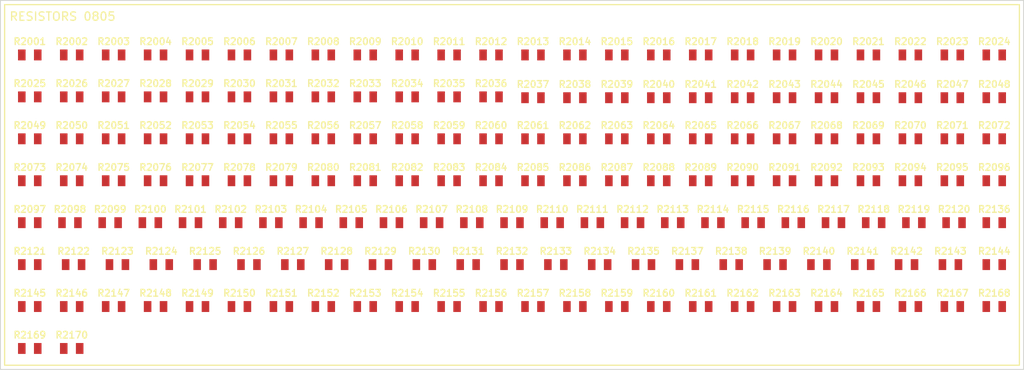
<source format=kicad_pcb>
(kicad_pcb (version 20241229) (generator "pcbnew") (generator_version "9.0")
  (title_block (title "Project name") (date "2025-05-24") (rev "1") (comment 1 "PCA number") (comment 2 "PCB number"))
  (layers (0 "F.Cu" signal) (2 "B.Cu" signal) (13 "F.Paste" user) (15 "B.Paste" user) (5 "F.SilkS" user "F.Silkscreen") (7 "B.SilkS" user "B.Silkscreen") (1 "F.Mask" user) (3 "B.Mask" user) (25 "Edge.Cuts" user))
  (net 0 "")
  (footprint "lily_footprints:res_0805" (layer "F.Cu") (at 130 70)
    (property "Reference" "R2082" (at 0 -1.6 0) (layer "F.SilkS") (effects (font (size 0.8 0.8) (thickness 0.16))))
    (property "Value" "2k4" (hide yes))
    (pad "1" smd rect (at -0.95 0) (size 0.9 1.3) (layers "F.Cu" "F.Mask" "F.Paste"))
    (pad "2" smd rect (at 0.95 0) (size 0.9 1.3) (layers "F.Cu" "F.Mask" "F.Paste"))
  )
  (footprint "lily_footprints:res_0805" (layer "F.Cu") (at 120 65)
    (property "Reference" "R2056" (at 0 -1.6 0) (layer "F.SilkS") (effects (font (size 0.8 0.8) (thickness 0.16))))
    (property "Value" "200R" (hide yes))
    (pad "1" smd rect (at -0.95 0) (size 0.9 1.3) (layers "F.Cu" "F.Mask" "F.Paste"))
    (pad "2" smd rect (at 0.95 0) (size 0.9 1.3) (layers "F.Cu" "F.Mask" "F.Paste"))
  )
  (footprint "lily_footprints:res_0805" (layer "F.Cu") (at 155 60.1)
    (property "Reference" "R2039" (at 0 -1.6 0) (layer "F.SilkS") (effects (font (size 0.8 0.8) (thickness 0.16))))
    (property "Value" "39R" (hide yes))
    (pad "1" smd rect (at -0.95 0) (size 0.9 1.3) (layers "F.Cu" "F.Mask" "F.Paste"))
    (pad "2" smd rect (at 0.95 0) (size 0.9 1.3) (layers "F.Cu" "F.Mask" "F.Paste"))
  )
  (footprint "lily_footprints:res_0805" (layer "F.Cu") (at 115 55)
    (property "Reference" "R2007" (at 0 -1.6 0) (layer "F.SilkS") (effects (font (size 0.8 0.8) (thickness 0.16))))
    (property "Value" "1R8" (hide yes))
    (pad "1" smd rect (at -0.95 0) (size 0.9 1.3) (layers "F.Cu" "F.Mask" "F.Paste"))
    (pad "2" smd rect (at 0.95 0) (size 0.9 1.3) (layers "F.Cu" "F.Mask" "F.Paste"))
  )
  (footprint "lily_footprints:res_0805" (layer "F.Cu") (at 170 85)
    (property "Reference" "R2162" (at 0 -1.6 0) (layer "F.SilkS") (effects (font (size 0.8 0.8) (thickness 0.16))))
    (property "Value" "5M1" (hide yes))
    (pad "1" smd rect (at -0.95 0) (size 0.9 1.3) (layers "F.Cu" "F.Mask" "F.Paste"))
    (pad "2" smd rect (at 0.95 0) (size 0.9 1.3) (layers "F.Cu" "F.Mask" "F.Paste"))
  )
  (footprint "lily_footprints:res_0805" (layer "F.Cu") (at 200 70)
    (property "Reference" "R2096" (at 0 -1.6 0) (layer "F.SilkS") (effects (font (size 0.8 0.8) (thickness 0.16))))
    (property "Value" "9k1" (hide yes))
    (pad "1" smd rect (at -0.95 0) (size 0.9 1.3) (layers "F.Cu" "F.Mask" "F.Paste"))
    (pad "2" smd rect (at 0.95 0) (size 0.9 1.3) (layers "F.Cu" "F.Mask" "F.Paste"))
  )
  (footprint "lily_footprints:res_0805" (layer "F.Cu") (at 140 70)
    (property "Reference" "R2084" (at 0 -1.6 0) (layer "F.SilkS") (effects (font (size 0.8 0.8) (thickness 0.16))))
    (property "Value" "3k0" (hide yes))
    (pad "1" smd rect (at -0.95 0) (size 0.9 1.3) (layers "F.Cu" "F.Mask" "F.Paste"))
    (pad "2" smd rect (at 0.95 0) (size 0.9 1.3) (layers "F.Cu" "F.Mask" "F.Paste"))
  )
  (footprint "lily_footprints:res_0805" (layer "F.Cu") (at 147.727264 80)
    (property "Reference" "R2133" (at 0 -1.6 0) (layer "F.SilkS") (effects (font (size 0.8 0.8) (thickness 0.16))))
    (property "Value" "330k" (hide yes))
    (pad "1" smd rect (at -0.95 0) (size 0.9 1.3) (layers "F.Cu" "F.Mask" "F.Paste"))
    (pad "2" smd rect (at 0.95 0) (size 0.9 1.3) (layers "F.Cu" "F.Mask" "F.Paste"))
  )
  (footprint "lily_footprints:res_0805" (layer "F.Cu") (at 105 60)
    (property "Reference" "R2029" (at 0 -1.6 0) (layer "F.SilkS") (effects (font (size 0.8 0.8) (thickness 0.16))))
    (property "Value" "15R" (hide yes))
    (pad "1" smd rect (at -0.95 0) (size 0.9 1.3) (layers "F.Cu" "F.Mask" "F.Paste"))
    (pad "2" smd rect (at 0.95 0) (size 0.9 1.3) (layers "F.Cu" "F.Mask" "F.Paste"))
  )
  (footprint "lily_footprints:res_0805" (layer "F.Cu") (at 160 85)
    (property "Reference" "R2160" (at 0 -1.6 0) (layer "F.SilkS") (effects (font (size 0.8 0.8) (thickness 0.16))))
    (property "Value" "4M3" (hide yes))
    (pad "1" smd rect (at -0.95 0) (size 0.9 1.3) (layers "F.Cu" "F.Mask" "F.Paste"))
    (pad "2" smd rect (at 0.95 0) (size 0.9 1.3) (layers "F.Cu" "F.Mask" "F.Paste"))
  )
  (footprint "lily_footprints:res_0805" (layer "F.Cu") (at 165 55)
    (property "Reference" "R2017" (at 0 -1.6 0) (layer "F.SilkS") (effects (font (size 0.8 0.8) (thickness 0.16))))
    (property "Value" "4R7" (hide yes))
    (pad "1" smd rect (at -0.95 0) (size 0.9 1.3) (layers "F.Cu" "F.Mask" "F.Paste"))
    (pad "2" smd rect (at 0.95 0) (size 0.9 1.3) (layers "F.Cu" "F.Mask" "F.Paste"))
  )
  (footprint "lily_footprints:res_0805" (layer "F.Cu") (at 152.954536 80)
    (property "Reference" "R2134" (at 0 -1.6 0) (layer "F.SilkS") (effects (font (size 0.8 0.8) (thickness 0.16))))
    (property "Value" "360k" (hide yes))
    (pad "1" smd rect (at -0.95 0) (size 0.9 1.3) (layers "F.Cu" "F.Mask" "F.Paste"))
    (pad "2" smd rect (at 0.95 0) (size 0.9 1.3) (layers "F.Cu" "F.Mask" "F.Paste"))
  )
  (footprint "lily_footprints:res_0805" (layer "F.Cu") (at 90 70)
    (property "Reference" "R2074" (at 0 -1.6 0) (layer "F.SilkS") (effects (font (size 0.8 0.8) (thickness 0.16))))
    (property "Value" "1k1" (hide yes))
    (pad "1" smd rect (at -0.95 0) (size 0.9 1.3) (layers "F.Cu" "F.Mask" "F.Paste"))
    (pad "2" smd rect (at 0.95 0) (size 0.9 1.3) (layers "F.Cu" "F.Mask" "F.Paste"))
  )
  (footprint "lily_footprints:res_0805" (layer "F.Cu") (at 145 55)
    (property "Reference" "R2013" (at 0 -1.6 0) (layer "F.SilkS") (effects (font (size 0.8 0.8) (thickness 0.16))))
    (property "Value" "3R3" (hide yes))
    (pad "1" smd rect (at -0.95 0) (size 0.9 1.3) (layers "F.Cu" "F.Mask" "F.Paste"))
    (pad "2" smd rect (at 0.95 0) (size 0.9 1.3) (layers "F.Cu" "F.Mask" "F.Paste"))
  )
  (footprint "lily_footprints:res_0805" (layer "F.Cu") (at 155 65)
    (property "Reference" "R2063" (at 0 -1.6 0) (layer "F.SilkS") (effects (font (size 0.8 0.8) (thickness 0.16))))
    (property "Value" "390R" (hide yes))
    (pad "1" smd rect (at -0.95 0) (size 0.9 1.3) (layers "F.Cu" "F.Mask" "F.Paste"))
    (pad "2" smd rect (at 0.95 0) (size 0.9 1.3) (layers "F.Cu" "F.Mask" "F.Paste"))
  )
  (footprint "lily_footprints:res_0805" (layer "F.Cu") (at 100 85)
    (property "Reference" "R2148" (at 0 -1.6 0) (layer "F.SilkS") (effects (font (size 0.8 0.8) (thickness 0.16))))
    (property "Value" "1M3" (hide yes))
    (pad "1" smd rect (at -0.95 0) (size 0.9 1.3) (layers "F.Cu" "F.Mask" "F.Paste"))
    (pad "2" smd rect (at 0.95 0) (size 0.9 1.3) (layers "F.Cu" "F.Mask" "F.Paste"))
  )
  (footprint "lily_footprints:res_0805" (layer "F.Cu") (at 200 75)
    (property "Reference" "R2136" (at 0 -1.6 0) (layer "F.SilkS") (effects (font (size 0.8 0.8) (thickness 0.16))))
    (property "Value" "430k" (hide yes))
    (pad "1" smd rect (at -0.95 0) (size 0.9 1.3) (layers "F.Cu" "F.Mask" "F.Paste"))
    (pad "2" smd rect (at 0.95 0) (size 0.9 1.3) (layers "F.Cu" "F.Mask" "F.Paste"))
  )
  (footprint "lily_footprints:res_0805" (layer "F.Cu") (at 190 85)
    (property "Reference" "R2166" (at 0 -1.6 0) (layer "F.SilkS") (effects (font (size 0.8 0.8) (thickness 0.16))))
    (property "Value" "7M5" (hide yes))
    (pad "1" smd rect (at -0.95 0) (size 0.9 1.3) (layers "F.Cu" "F.Mask" "F.Paste"))
    (pad "2" smd rect (at 0.95 0) (size 0.9 1.3) (layers "F.Cu" "F.Mask" "F.Paste"))
  )
  (footprint "lily_footprints:res_0805" (layer "F.Cu") (at 142.499992 80)
    (property "Reference" "R2132" (at 0 -1.6 0) (layer "F.SilkS") (effects (font (size 0.8 0.8) (thickness 0.16))))
    (property "Value" "300k" (hide yes))
    (pad "1" smd rect (at -0.95 0) (size 0.9 1.3) (layers "F.Cu" "F.Mask" "F.Paste"))
    (pad "2" smd rect (at 0.95 0) (size 0.9 1.3) (layers "F.Cu" "F.Mask" "F.Paste"))
  )
  (footprint "lily_footprints:res_0805" (layer "F.Cu") (at 90 85)
    (property "Reference" "R2146" (at 0 -1.6 0) (layer "F.SilkS") (effects (font (size 0.8 0.8) (thickness 0.16))))
    (property "Value" "1M1" (hide yes))
    (pad "1" smd rect (at -0.95 0) (size 0.9 1.3) (layers "F.Cu" "F.Mask" "F.Paste"))
    (pad "2" smd rect (at 0.95 0) (size 0.9 1.3) (layers "F.Cu" "F.Mask" "F.Paste"))
  )
  (footprint "lily_footprints:res_0805" (layer "F.Cu") (at 176.041654 75)
    (property "Reference" "R2116" (at 0 -1.6 0) (layer "F.SilkS") (effects (font (size 0.8 0.8) (thickness 0.16))))
    (property "Value" "62k" (hide yes))
    (pad "1" smd rect (at -0.95 0) (size 0.9 1.3) (layers "F.Cu" "F.Mask" "F.Paste"))
    (pad "2" smd rect (at 0.95 0) (size 0.9 1.3) (layers "F.Cu" "F.Mask" "F.Paste"))
  )
  (footprint "lily_footprints:res_0805" (layer "F.Cu") (at 135 85)
    (property "Reference" "R2155" (at 0 -1.6 0) (layer "F.SilkS") (effects (font (size 0.8 0.8) (thickness 0.16))))
    (property "Value" "2M7" (hide yes))
    (pad "1" smd rect (at -0.95 0) (size 0.9 1.3) (layers "F.Cu" "F.Mask" "F.Paste"))
    (pad "2" smd rect (at 0.95 0) (size 0.9 1.3) (layers "F.Cu" "F.Mask" "F.Paste"))
  )
  (footprint "lily_footprints:res_0805" (layer "F.Cu") (at 125 65)
    (property "Reference" "R2057" (at 0 -1.6 0) (layer "F.SilkS") (effects (font (size 0.8 0.8) (thickness 0.16))))
    (property "Value" "220R" (hide yes))
    (pad "1" smd rect (at -0.95 0) (size 0.9 1.3) (layers "F.Cu" "F.Mask" "F.Paste"))
    (pad "2" smd rect (at 0.95 0) (size 0.9 1.3) (layers "F.Cu" "F.Mask" "F.Paste"))
  )
  (footprint "lily_footprints:res_0805" (layer "F.Cu") (at 142.499992 75)
    (property "Reference" "R2109" (at 0 -1.6 0) (layer "F.SilkS") (effects (font (size 0.8 0.8) (thickness 0.16))))
    (property "Value" "33k" (hide yes))
    (pad "1" smd rect (at -0.95 0) (size 0.9 1.3) (layers "F.Cu" "F.Mask" "F.Paste"))
    (pad "2" smd rect (at 0.95 0) (size 0.9 1.3) (layers "F.Cu" "F.Mask" "F.Paste"))
  )
  (footprint "lily_footprints:res_0805" (layer "F.Cu") (at 195.208318 75)
    (property "Reference" "R2120" (at 0 -1.6 0) (layer "F.SilkS") (effects (font (size 0.8 0.8) (thickness 0.16))))
    (property "Value" "91k" (hide yes))
    (pad "1" smd rect (at -0.95 0) (size 0.9 1.3) (layers "F.Cu" "F.Mask" "F.Paste"))
    (pad "2" smd rect (at 0.95 0) (size 0.9 1.3) (layers "F.Cu" "F.Mask" "F.Paste"))
  )
  (footprint "lily_footprints:res_0805" (layer "F.Cu") (at 110 60)
    (property "Reference" "R2030" (at 0 -1.6 0) (layer "F.SilkS") (effects (font (size 0.8 0.8) (thickness 0.16))))
    (property "Value" "16R" (hide yes))
    (pad "1" smd rect (at -0.95 0) (size 0.9 1.3) (layers "F.Cu" "F.Mask" "F.Paste"))
    (pad "2" smd rect (at 0.95 0) (size 0.9 1.3) (layers "F.Cu" "F.Mask" "F.Paste"))
  )
  (footprint "lily_footprints:res_0805" (layer "F.Cu") (at 170 65)
    (property "Reference" "R2066" (at 0 -1.6 0) (layer "F.SilkS") (effects (font (size 0.8 0.8) (thickness 0.16))))
    (property "Value" "510R" (hide yes))
    (pad "1" smd rect (at -0.95 0) (size 0.9 1.3) (layers "F.Cu" "F.Mask" "F.Paste"))
    (pad "2" smd rect (at 0.95 0) (size 0.9 1.3) (layers "F.Cu" "F.Mask" "F.Paste"))
  )
  (footprint "lily_footprints:res_0805" (layer "F.Cu") (at 145 60.1)
    (property "Reference" "R2037" (at 0 -1.6 0) (layer "F.SilkS") (effects (font (size 0.8 0.8) (thickness 0.16))))
    (property "Value" "33R" (hide yes))
    (pad "1" smd rect (at -0.95 0) (size 0.9 1.3) (layers "F.Cu" "F.Mask" "F.Paste"))
    (pad "2" smd rect (at 0.95 0) (size 0.9 1.3) (layers "F.Cu" "F.Mask" "F.Paste"))
  )
  (footprint "lily_footprints:res_0805" (layer "F.Cu") (at 123.333328 75)
    (property "Reference" "R2105" (at 0 -1.6 0) (layer "F.SilkS") (effects (font (size 0.8 0.8) (thickness 0.16))))
    (property "Value" "22k" (hide yes))
    (pad "1" smd rect (at -0.95 0) (size 0.9 1.3) (layers "F.Cu" "F.Mask" "F.Paste"))
    (pad "2" smd rect (at 0.95 0) (size 0.9 1.3) (layers "F.Cu" "F.Mask" "F.Paste"))
  )
  (footprint "lily_footprints:res_0805" (layer "F.Cu") (at 132.045448 80)
    (property "Reference" "R2130" (at 0 -1.6 0) (layer "F.SilkS") (effects (font (size 0.8 0.8) (thickness 0.16))))
    (property "Value" "240k" (hide yes))
    (pad "1" smd rect (at -0.95 0) (size 0.9 1.3) (layers "F.Cu" "F.Mask" "F.Paste"))
    (pad "2" smd rect (at 0.95 0) (size 0.9 1.3) (layers "F.Cu" "F.Mask" "F.Paste"))
  )
  (footprint "lily_footprints:res_0805" (layer "F.Cu") (at 165 85)
    (property "Reference" "R2161" (at 0 -1.6 0) (layer "F.SilkS") (effects (font (size 0.8 0.8) (thickness 0.16))))
    (property "Value" "4M7" (hide yes))
    (pad "1" smd rect (at -0.95 0) (size 0.9 1.3) (layers "F.Cu" "F.Mask" "F.Paste"))
    (pad "2" smd rect (at 0.95 0) (size 0.9 1.3) (layers "F.Cu" "F.Mask" "F.Paste"))
  )
  (footprint "lily_footprints:res_0805" (layer "F.Cu") (at 95 65)
    (property "Reference" "R2051" (at 0 -1.6 0) (layer "F.SilkS") (effects (font (size 0.8 0.8) (thickness 0.16))))
    (property "Value" "120R" (hide yes))
    (pad "1" smd rect (at -0.95 0) (size 0.9 1.3) (layers "F.Cu" "F.Mask" "F.Paste"))
    (pad "2" smd rect (at 0.95 0) (size 0.9 1.3) (layers "F.Cu" "F.Mask" "F.Paste"))
  )
  (footprint "lily_footprints:res_0805" (layer "F.Cu") (at 156.87499 75)
    (property "Reference" "R2112" (at 0 -1.6 0) (layer "F.SilkS") (effects (font (size 0.8 0.8) (thickness 0.16))))
    (property "Value" "43k" (hide yes))
    (pad "1" smd rect (at -0.95 0) (size 0.9 1.3) (layers "F.Cu" "F.Mask" "F.Paste"))
    (pad "2" smd rect (at 0.95 0) (size 0.9 1.3) (layers "F.Cu" "F.Mask" "F.Paste"))
  )
  (footprint "lily_footprints:res_0805" (layer "F.Cu") (at 90 55)
    (property "Reference" "R2002" (at 0 -1.6 0) (layer "F.SilkS") (effects (font (size 0.8 0.8) (thickness 0.16))))
    (property "Value" "1R1" (hide yes))
    (pad "1" smd rect (at -0.95 0) (size 0.9 1.3) (layers "F.Cu" "F.Mask" "F.Paste"))
    (pad "2" smd rect (at 0.95 0) (size 0.9 1.3) (layers "F.Cu" "F.Mask" "F.Paste"))
  )
  (footprint "lily_footprints:res_0805" (layer "F.Cu") (at 190 60.1)
    (property "Reference" "R2046" (at 0 -1.6 0) (layer "F.SilkS") (effects (font (size 0.8 0.8) (thickness 0.16))))
    (property "Value" "75R" (hide yes))
    (pad "1" smd rect (at -0.95 0) (size 0.9 1.3) (layers "F.Cu" "F.Mask" "F.Paste"))
    (pad "2" smd rect (at 0.95 0) (size 0.9 1.3) (layers "F.Cu" "F.Mask" "F.Paste"))
  )
  (footprint "lily_footprints:res_0805" (layer "F.Cu") (at 145 70)
    (property "Reference" "R2085" (at 0 -1.6 0) (layer "F.SilkS") (effects (font (size 0.8 0.8) (thickness 0.16))))
    (property "Value" "3k3" (hide yes))
    (pad "1" smd rect (at -0.95 0) (size 0.9 1.3) (layers "F.Cu" "F.Mask" "F.Paste"))
    (pad "2" smd rect (at 0.95 0) (size 0.9 1.3) (layers "F.Cu" "F.Mask" "F.Paste"))
  )
  (footprint "lily_footprints:res_0805" (layer "F.Cu") (at 135 60)
    (property "Reference" "R2035" (at 0 -1.6 0) (layer "F.SilkS") (effects (font (size 0.8 0.8) (thickness 0.16))))
    (property "Value" "27R" (hide yes))
    (pad "1" smd rect (at -0.95 0) (size 0.9 1.3) (layers "F.Cu" "F.Mask" "F.Paste"))
    (pad "2" smd rect (at 0.95 0) (size 0.9 1.3) (layers "F.Cu" "F.Mask" "F.Paste"))
  )
  (footprint "lily_footprints:res_0805" (layer "F.Cu") (at 135 65)
    (property "Reference" "R2059" (at 0 -1.6 0) (layer "F.SilkS") (effects (font (size 0.8 0.8) (thickness 0.16))))
    (property "Value" "270R" (hide yes))
    (pad "1" smd rect (at -0.95 0) (size 0.9 1.3) (layers "F.Cu" "F.Mask" "F.Paste"))
    (pad "2" smd rect (at 0.95 0) (size 0.9 1.3) (layers "F.Cu" "F.Mask" "F.Paste"))
  )
  (footprint "lily_footprints:res_0805" (layer "F.Cu") (at 165 65)
    (property "Reference" "R2065" (at 0 -1.6 0) (layer "F.SilkS") (effects (font (size 0.8 0.8) (thickness 0.16))))
    (property "Value" "470R" (hide yes))
    (pad "1" smd rect (at -0.95 0) (size 0.9 1.3) (layers "F.Cu" "F.Mask" "F.Paste"))
    (pad "2" smd rect (at 0.95 0) (size 0.9 1.3) (layers "F.Cu" "F.Mask" "F.Paste"))
  )
  (footprint "lily_footprints:res_0805" (layer "F.Cu") (at 195 60.1)
    (property "Reference" "R2047" (at 0 -1.6 0) (layer "F.SilkS") (effects (font (size 0.8 0.8) (thickness 0.16))))
    (property "Value" "82R" (hide yes))
    (pad "1" smd rect (at -0.95 0) (size 0.9 1.3) (layers "F.Cu" "F.Mask" "F.Paste"))
    (pad "2" smd rect (at 0.95 0) (size 0.9 1.3) (layers "F.Cu" "F.Mask" "F.Paste"))
  )
  (footprint "lily_footprints:res_0805" (layer "F.Cu") (at 190 65)
    (property "Reference" "R2070" (at 0 -1.6 0) (layer "F.SilkS") (effects (font (size 0.8 0.8) (thickness 0.16))))
    (property "Value" "750R" (hide yes))
    (pad "1" smd rect (at -0.95 0) (size 0.9 1.3) (layers "F.Cu" "F.Mask" "F.Paste"))
    (pad "2" smd rect (at 0.95 0) (size 0.9 1.3) (layers "F.Cu" "F.Mask" "F.Paste"))
  )
  (footprint "lily_footprints:res_0805" (layer "F.Cu") (at 150 70)
    (property "Reference" "R2086" (at 0 -1.6 0) (layer "F.SilkS") (effects (font (size 0.8 0.8) (thickness 0.16))))
    (property "Value" "3k6" (hide yes))
    (pad "1" smd rect (at -0.95 0) (size 0.9 1.3) (layers "F.Cu" "F.Mask" "F.Paste"))
    (pad "2" smd rect (at 0.95 0) (size 0.9 1.3) (layers "F.Cu" "F.Mask" "F.Paste"))
  )
  (footprint "lily_footprints:res_0805" (layer "F.Cu") (at 118.541662 75)
    (property "Reference" "R2104" (at 0 -1.6 0) (layer "F.SilkS") (effects (font (size 0.8 0.8) (thickness 0.16))))
    (property "Value" "20k" (hide yes))
    (pad "1" smd rect (at -0.95 0) (size 0.9 1.3) (layers "F.Cu" "F.Mask" "F.Paste"))
    (pad "2" smd rect (at 0.95 0) (size 0.9 1.3) (layers "F.Cu" "F.Mask" "F.Paste"))
  )
  (footprint "lily_footprints:res_0805" (layer "F.Cu") (at 180 85)
    (property "Reference" "R2164" (at 0 -1.6 0) (layer "F.SilkS") (effects (font (size 0.8 0.8) (thickness 0.16))))
    (property "Value" "6M2" (hide yes))
    (pad "1" smd rect (at -0.95 0) (size 0.9 1.3) (layers "F.Cu" "F.Mask" "F.Paste"))
    (pad "2" smd rect (at 0.95 0) (size 0.9 1.3) (layers "F.Cu" "F.Mask" "F.Paste"))
  )
  (footprint "lily_footprints:res_0805" (layer "F.Cu") (at 179.090896 80)
    (property "Reference" "R2140" (at 0 -1.6 0) (layer "F.SilkS") (effects (font (size 0.8 0.8) (thickness 0.16))))
    (property "Value" "620k" (hide yes))
    (pad "1" smd rect (at -0.95 0) (size 0.9 1.3) (layers "F.Cu" "F.Mask" "F.Paste"))
    (pad "2" smd rect (at 0.95 0) (size 0.9 1.3) (layers "F.Cu" "F.Mask" "F.Paste"))
  )
  (footprint "lily_footprints:res_0805" (layer "F.Cu") (at 200 55)
    (property "Reference" "R2024" (at 0 -1.6 0) (layer "F.SilkS") (effects (font (size 0.8 0.8) (thickness 0.16))))
    (property "Value" "9R1" (hide yes))
    (pad "1" smd rect (at -0.95 0) (size 0.9 1.3) (layers "F.Cu" "F.Mask" "F.Paste"))
    (pad "2" smd rect (at 0.95 0) (size 0.9 1.3) (layers "F.Cu" "F.Mask" "F.Paste"))
  )
  (footprint "lily_footprints:res_0805" (layer "F.Cu") (at 194.772712 80)
    (property "Reference" "R2143" (at 0 -1.6 0) (layer "F.SilkS") (effects (font (size 0.8 0.8) (thickness 0.16))))
    (property "Value" "820k" (hide yes))
    (pad "1" smd rect (at -0.95 0) (size 0.9 1.3) (layers "F.Cu" "F.Mask" "F.Paste"))
    (pad "2" smd rect (at 0.95 0) (size 0.9 1.3) (layers "F.Cu" "F.Mask" "F.Paste"))
  )
  (footprint "lily_footprints:res_0805" (layer "F.Cu") (at 175 60.1)
    (property "Reference" "R2043" (at 0 -1.6 0) (layer "F.SilkS") (effects (font (size 0.8 0.8) (thickness 0.16))))
    (property "Value" "56R" (hide yes))
    (pad "1" smd rect (at -0.95 0) (size 0.9 1.3) (layers "F.Cu" "F.Mask" "F.Paste"))
    (pad "2" smd rect (at 0.95 0) (size 0.9 1.3) (layers "F.Cu" "F.Mask" "F.Paste"))
  )
  (footprint "lily_footprints:res_0805" (layer "F.Cu") (at 85 80)
    (property "Reference" "R2121" (at 0 -1.6 0) (layer "F.SilkS") (effects (font (size 0.8 0.8) (thickness 0.16))))
    (property "Value" "100k" (hide yes))
    (pad "1" smd rect (at -0.95 0) (size 0.9 1.3) (layers "F.Cu" "F.Mask" "F.Paste"))
    (pad "2" smd rect (at 0.95 0) (size 0.9 1.3) (layers "F.Cu" "F.Mask" "F.Paste"))
  )
  (footprint "lily_footprints:res_0805" (layer "F.Cu") (at 185 70)
    (property "Reference" "R2093" (at 0 -1.6 0) (layer "F.SilkS") (effects (font (size 0.8 0.8) (thickness 0.16))))
    (property "Value" "6k8" (hide yes))
    (pad "1" smd rect (at -0.95 0) (size 0.9 1.3) (layers "F.Cu" "F.Mask" "F.Paste"))
    (pad "2" smd rect (at 0.95 0) (size 0.9 1.3) (layers "F.Cu" "F.Mask" "F.Paste"))
  )
  (footprint "lily_footprints:res_0805" (layer "F.Cu") (at 126.818176 80)
    (property "Reference" "R2129" (at 0 -1.6 0) (layer "F.SilkS") (effects (font (size 0.8 0.8) (thickness 0.16))))
    (property "Value" "220k" (hide yes))
    (pad "1" smd rect (at -0.95 0) (size 0.9 1.3) (layers "F.Cu" "F.Mask" "F.Paste"))
    (pad "2" smd rect (at 0.95 0) (size 0.9 1.3) (layers "F.Cu" "F.Mask" "F.Paste"))
  )
  (footprint "lily_footprints:res_0805" (layer "F.Cu") (at 130 65)
    (property "Reference" "R2058" (at 0 -1.6 0) (layer "F.SilkS") (effects (font (size 0.8 0.8) (thickness 0.16))))
    (property "Value" "240R" (hide yes))
    (pad "1" smd rect (at -0.95 0) (size 0.9 1.3) (layers "F.Cu" "F.Mask" "F.Paste"))
    (pad "2" smd rect (at 0.95 0) (size 0.9 1.3) (layers "F.Cu" "F.Mask" "F.Paste"))
  )
  (footprint "lily_footprints:res_0805" (layer "F.Cu") (at 184.318168 80)
    (property "Reference" "R2141" (at 0 -1.6 0) (layer "F.SilkS") (effects (font (size 0.8 0.8) (thickness 0.16))))
    (property "Value" "680k" (hide yes))
    (pad "1" smd rect (at -0.95 0) (size 0.9 1.3) (layers "F.Cu" "F.Mask" "F.Paste"))
    (pad "2" smd rect (at 0.95 0) (size 0.9 1.3) (layers "F.Cu" "F.Mask" "F.Paste"))
  )
  (footprint "lily_footprints:res_0805" (layer "F.Cu") (at 195 70)
    (property "Reference" "R2095" (at 0 -1.6 0) (layer "F.SilkS") (effects (font (size 0.8 0.8) (thickness 0.16))))
    (property "Value" "8k2" (hide yes))
    (pad "1" smd rect (at -0.95 0) (size 0.9 1.3) (layers "F.Cu" "F.Mask" "F.Paste"))
    (pad "2" smd rect (at 0.95 0) (size 0.9 1.3) (layers "F.Cu" "F.Mask" "F.Paste"))
  )
  (footprint "lily_footprints:res_0805" (layer "F.Cu") (at 95 60)
    (property "Reference" "R2027" (at 0 -1.6 0) (layer "F.SilkS") (effects (font (size 0.8 0.8) (thickness 0.16))))
    (property "Value" "12R" (hide yes))
    (pad "1" smd rect (at -0.95 0) (size 0.9 1.3) (layers "F.Cu" "F.Mask" "F.Paste"))
    (pad "2" smd rect (at 0.95 0) (size 0.9 1.3) (layers "F.Cu" "F.Mask" "F.Paste"))
  )
  (footprint "lily_footprints:res_0805" (layer "F.Cu") (at 175 85)
    (property "Reference" "R2163" (at 0 -1.6 0) (layer "F.SilkS") (effects (font (size 0.8 0.8) (thickness 0.16))))
    (property "Value" "5M6" (hide yes))
    (pad "1" smd rect (at -0.95 0) (size 0.9 1.3) (layers "F.Cu" "F.Mask" "F.Paste"))
    (pad "2" smd rect (at 0.95 0) (size 0.9 1.3) (layers "F.Cu" "F.Mask" "F.Paste"))
  )
  (footprint "lily_footprints:res_0805" (layer "F.Cu") (at 185 55)
    (property "Reference" "R2021" (at 0 -1.6 0) (layer "F.SilkS") (effects (font (size 0.8 0.8) (thickness 0.16))))
    (property "Value" "6R8" (hide yes))
    (pad "1" smd rect (at -0.95 0) (size 0.9 1.3) (layers "F.Cu" "F.Mask" "F.Paste"))
    (pad "2" smd rect (at 0.95 0) (size 0.9 1.3) (layers "F.Cu" "F.Mask" "F.Paste"))
  )
  (footprint "lily_footprints:res_0805" (layer "F.Cu") (at 195 65)
    (property "Reference" "R2071" (at 0 -1.6 0) (layer "F.SilkS") (effects (font (size 0.8 0.8) (thickness 0.16))))
    (property "Value" "820R" (hide yes))
    (pad "1" smd rect (at -0.95 0) (size 0.9 1.3) (layers "F.Cu" "F.Mask" "F.Paste"))
    (pad "2" smd rect (at 0.95 0) (size 0.9 1.3) (layers "F.Cu" "F.Mask" "F.Paste"))
  )
  (footprint "lily_footprints:res_0805" (layer "F.Cu") (at 100 55)
    (property "Reference" "R2004" (at 0 -1.6 0) (layer "F.SilkS") (effects (font (size 0.8 0.8) (thickness 0.16))))
    (property "Value" "1R3" (hide yes))
    (pad "1" smd rect (at -0.95 0) (size 0.9 1.3) (layers "F.Cu" "F.Mask" "F.Paste"))
    (pad "2" smd rect (at 0.95 0) (size 0.9 1.3) (layers "F.Cu" "F.Mask" "F.Paste"))
  )
  (footprint "lily_footprints:res_0805" (layer "F.Cu") (at 180 60.1)
    (property "Reference" "R2044" (at 0 -1.6 0) (layer "F.SilkS") (effects (font (size 0.8 0.8) (thickness 0.16))))
    (property "Value" "62R" (hide yes))
    (pad "1" smd rect (at -0.95 0) (size 0.9 1.3) (layers "F.Cu" "F.Mask" "F.Paste"))
    (pad "2" smd rect (at 0.95 0) (size 0.9 1.3) (layers "F.Cu" "F.Mask" "F.Paste"))
  )
  (footprint "lily_footprints:res_0805" (layer "F.Cu") (at 175 55)
    (property "Reference" "R2019" (at 0 -1.6 0) (layer "F.SilkS") (effects (font (size 0.8 0.8) (thickness 0.16))))
    (property "Value" "5R6" (hide yes))
    (pad "1" smd rect (at -0.95 0) (size 0.9 1.3) (layers "F.Cu" "F.Mask" "F.Paste"))
    (pad "2" smd rect (at 0.95 0) (size 0.9 1.3) (layers "F.Cu" "F.Mask" "F.Paste"))
  )
  (footprint "lily_footprints:res_0805" (layer "F.Cu") (at 170 55)
    (property "Reference" "R2018" (at 0 -1.6 0) (layer "F.SilkS") (effects (font (size 0.8 0.8) (thickness 0.16))))
    (property "Value" "5R1" (hide yes))
    (pad "1" smd rect (at -0.95 0) (size 0.9 1.3) (layers "F.Cu" "F.Mask" "F.Paste"))
    (pad "2" smd rect (at 0.95 0) (size 0.9 1.3) (layers "F.Cu" "F.Mask" "F.Paste"))
  )
  (footprint "lily_footprints:res_0805" (layer "F.Cu") (at 155 55)
    (property "Reference" "R2015" (at 0 -1.6 0) (layer "F.SilkS") (effects (font (size 0.8 0.8) (thickness 0.16))))
    (property "Value" "3R9" (hide yes))
    (pad "1" smd rect (at -0.95 0) (size 0.9 1.3) (layers "F.Cu" "F.Mask" "F.Paste"))
    (pad "2" smd rect (at 0.95 0) (size 0.9 1.3) (layers "F.Cu" "F.Mask" "F.Paste"))
  )
  (footprint "lily_footprints:res_0805" (layer "F.Cu") (at 95 55)
    (property "Reference" "R2003" (at 0 -1.6 0) (layer "F.SilkS") (effects (font (size 0.8 0.8) (thickness 0.16))))
    (property "Value" "1R2" (hide yes))
    (pad "1" smd rect (at -0.95 0) (size 0.9 1.3) (layers "F.Cu" "F.Mask" "F.Paste"))
    (pad "2" smd rect (at 0.95 0) (size 0.9 1.3) (layers "F.Cu" "F.Mask" "F.Paste"))
  )
  (footprint "lily_footprints:res_0805" (layer "F.Cu") (at 155 85)
    (property "Reference" "R2159" (at 0 -1.6 0) (layer "F.SilkS") (effects (font (size 0.8 0.8) (thickness 0.16))))
    (property "Value" "3M9" (hide yes))
    (pad "1" smd rect (at -0.95 0) (size 0.9 1.3) (layers "F.Cu" "F.Mask" "F.Paste"))
    (pad "2" smd rect (at 0.95 0) (size 0.9 1.3) (layers "F.Cu" "F.Mask" "F.Paste"))
  )
  (footprint "lily_footprints:res_0805" (layer "F.Cu") (at 90 60)
    (property "Reference" "R2026" (at 0 -1.6 0) (layer "F.SilkS") (effects (font (size 0.8 0.8) (thickness 0.16))))
    (property "Value" "11R" (hide yes))
    (pad "1" smd rect (at -0.95 0) (size 0.9 1.3) (layers "F.Cu" "F.Mask" "F.Paste"))
    (pad "2" smd rect (at 0.95 0) (size 0.9 1.3) (layers "F.Cu" "F.Mask" "F.Paste"))
  )
  (footprint "lily_footprints:res_0805" (layer "F.Cu") (at 170 60.1)
    (property "Reference" "R2042" (at 0 -1.6 0) (layer "F.SilkS") (effects (font (size 0.8 0.8) (thickness 0.16))))
    (property "Value" "51R" (hide yes))
    (pad "1" smd rect (at -0.95 0) (size 0.9 1.3) (layers "F.Cu" "F.Mask" "F.Paste"))
    (pad "2" smd rect (at 0.95 0) (size 0.9 1.3) (layers "F.Cu" "F.Mask" "F.Paste"))
  )
  (footprint "lily_footprints:res_0805" (layer "F.Cu") (at 200 80)
    (property "Reference" "R2144" (at 0 -1.6 0) (layer "F.SilkS") (effects (font (size 0.8 0.8) (thickness 0.16))))
    (property "Value" "910k" (hide yes))
    (pad "1" smd rect (at -0.95 0) (size 0.9 1.3) (layers "F.Cu" "F.Mask" "F.Paste"))
    (pad "2" smd rect (at 0.95 0) (size 0.9 1.3) (layers "F.Cu" "F.Mask" "F.Paste"))
  )
  (footprint "lily_footprints:res_0805" (layer "F.Cu") (at 160 70)
    (property "Reference" "R2088" (at 0 -1.6 0) (layer "F.SilkS") (effects (font (size 0.8 0.8) (thickness 0.16))))
    (property "Value" "4k3" (hide yes))
    (pad "1" smd rect (at -0.95 0) (size 0.9 1.3) (layers "F.Cu" "F.Mask" "F.Paste"))
    (pad "2" smd rect (at 0.95 0) (size 0.9 1.3) (layers "F.Cu" "F.Mask" "F.Paste"))
  )
  (footprint "lily_footprints:res_0805" (layer "F.Cu") (at 180 55)
    (property "Reference" "R2020" (at 0 -1.6 0) (layer "F.SilkS") (effects (font (size 0.8 0.8) (thickness 0.16))))
    (property "Value" "6R2" (hide yes))
    (pad "1" smd rect (at -0.95 0) (size 0.9 1.3) (layers "F.Cu" "F.Mask" "F.Paste"))
    (pad "2" smd rect (at 0.95 0) (size 0.9 1.3) (layers "F.Cu" "F.Mask" "F.Paste"))
  )
  (footprint "lily_footprints:res_0805" (layer "F.Cu") (at 155 70)
    (property "Reference" "R2087" (at 0 -1.6 0) (layer "F.SilkS") (effects (font (size 0.8 0.8) (thickness 0.16))))
    (property "Value" "3k9" (hide yes))
    (pad "1" smd rect (at -0.95 0) (size 0.9 1.3) (layers "F.Cu" "F.Mask" "F.Paste"))
    (pad "2" smd rect (at 0.95 0) (size 0.9 1.3) (layers "F.Cu" "F.Mask" "F.Paste"))
  )
  (footprint "lily_footprints:res_0805" (layer "F.Cu") (at 145 65)
    (property "Reference" "R2061" (at 0 -1.6 0) (layer "F.SilkS") (effects (font (size 0.8 0.8) (thickness 0.16))))
    (property "Value" "330R" (hide yes))
    (pad "1" smd rect (at -0.95 0) (size 0.9 1.3) (layers "F.Cu" "F.Mask" "F.Paste"))
    (pad "2" smd rect (at 0.95 0) (size 0.9 1.3) (layers "F.Cu" "F.Mask" "F.Paste"))
  )
  (footprint "lily_footprints:res_0805" (layer "F.Cu") (at 116.363632 80)
    (property "Reference" "R2127" (at 0 -1.6 0) (layer "F.SilkS") (effects (font (size 0.8 0.8) (thickness 0.16))))
    (property "Value" "180k" (hide yes))
    (pad "1" smd rect (at -0.95 0) (size 0.9 1.3) (layers "F.Cu" "F.Mask" "F.Paste"))
    (pad "2" smd rect (at 0.95 0) (size 0.9 1.3) (layers "F.Cu" "F.Mask" "F.Paste"))
  )
  (footprint "lily_footprints:res_0805" (layer "F.Cu") (at 130 60)
    (property "Reference" "R2034" (at 0 -1.6 0) (layer "F.SilkS") (effects (font (size 0.8 0.8) (thickness 0.16))))
    (property "Value" "24R" (hide yes))
    (pad "1" smd rect (at -0.95 0) (size 0.9 1.3) (layers "F.Cu" "F.Mask" "F.Paste"))
    (pad "2" smd rect (at 0.95 0) (size 0.9 1.3) (layers "F.Cu" "F.Mask" "F.Paste"))
  )
  (footprint "lily_footprints:res_0805" (layer "F.Cu") (at 200 85)
    (property "Reference" "R2168" (at 0 -1.6 0) (layer "F.SilkS") (effects (font (size 0.8 0.8) (thickness 0.16))))
    (property "Value" "9M1" (hide yes))
    (pad "1" smd rect (at -0.95 0) (size 0.9 1.3) (layers "F.Cu" "F.Mask" "F.Paste"))
    (pad "2" smd rect (at 0.95 0) (size 0.9 1.3) (layers "F.Cu" "F.Mask" "F.Paste"))
  )
  (footprint "lily_footprints:res_0805" (layer "F.Cu") (at 132.91666 75)
    (property "Reference" "R2107" (at 0 -1.6 0) (layer "F.SilkS") (effects (font (size 0.8 0.8) (thickness 0.16))))
    (property "Value" "27k" (hide yes))
    (pad "1" smd rect (at -0.95 0) (size 0.9 1.3) (layers "F.Cu" "F.Mask" "F.Paste"))
    (pad "2" smd rect (at 0.95 0) (size 0.9 1.3) (layers "F.Cu" "F.Mask" "F.Paste"))
  )
  (footprint "lily_footprints:res_0805" (layer "F.Cu") (at 120 70)
    (property "Reference" "R2080" (at 0 -1.6 0) (layer "F.SilkS") (effects (font (size 0.8 0.8) (thickness 0.16))))
    (property "Value" "2k0" (hide yes))
    (pad "1" smd rect (at -0.95 0) (size 0.9 1.3) (layers "F.Cu" "F.Mask" "F.Paste"))
    (pad "2" smd rect (at 0.95 0) (size 0.9 1.3) (layers "F.Cu" "F.Mask" "F.Paste"))
  )
  (footprint "lily_footprints:res_0805" (layer "F.Cu") (at 165 70)
    (property "Reference" "R2089" (at 0 -1.6 0) (layer "F.SilkS") (effects (font (size 0.8 0.8) (thickness 0.16))))
    (property "Value" "4k7" (hide yes))
    (pad "1" smd rect (at -0.95 0) (size 0.9 1.3) (layers "F.Cu" "F.Mask" "F.Paste"))
    (pad "2" smd rect (at 0.95 0) (size 0.9 1.3) (layers "F.Cu" "F.Mask" "F.Paste"))
  )
  (footprint "lily_footprints:res_0805" (layer "F.Cu") (at 100 70)
    (property "Reference" "R2076" (at 0 -1.6 0) (layer "F.SilkS") (effects (font (size 0.8 0.8) (thickness 0.16))))
    (property "Value" "1k3" (hide yes))
    (pad "1" smd rect (at -0.95 0) (size 0.9 1.3) (layers "F.Cu" "F.Mask" "F.Paste"))
    (pad "2" smd rect (at 0.95 0) (size 0.9 1.3) (layers "F.Cu" "F.Mask" "F.Paste"))
  )
  (footprint "lily_footprints:res_0805" (layer "F.Cu") (at 85 85)
    (property "Reference" "R2145" (at 0 -1.6 0) (layer "F.SilkS") (effects (font (size 0.8 0.8) (thickness 0.16))))
    (property "Value" "1M0" (hide yes))
    (pad "1" smd rect (at -0.95 0) (size 0.9 1.3) (layers "F.Cu" "F.Mask" "F.Paste"))
    (pad "2" smd rect (at 0.95 0) (size 0.9 1.3) (layers "F.Cu" "F.Mask" "F.Paste"))
  )
  (footprint "lily_footprints:res_0805" (layer "F.Cu") (at 120 55)
    (property "Reference" "R2008" (at 0 -1.6 0) (layer "F.SilkS") (effects (font (size 0.8 0.8) (thickness 0.16))))
    (property "Value" "2R0" (hide yes))
    (pad "1" smd rect (at -0.95 0) (size 0.9 1.3) (layers "F.Cu" "F.Mask" "F.Paste"))
    (pad "2" smd rect (at 0.95 0) (size 0.9 1.3) (layers "F.Cu" "F.Mask" "F.Paste"))
  )
  (footprint "lily_footprints:res_0805" (layer "F.Cu") (at 152.083324 75)
    (property "Reference" "R2111" (at 0 -1.6 0) (layer "F.SilkS") (effects (font (size 0.8 0.8) (thickness 0.16))))
    (property "Value" "39k" (hide yes))
    (pad "1" smd rect (at -0.95 0) (size 0.9 1.3) (layers "F.Cu" "F.Mask" "F.Paste"))
    (pad "2" smd rect (at 0.95 0) (size 0.9 1.3) (layers "F.Cu" "F.Mask" "F.Paste"))
  )
  (footprint "lily_footprints:res_0805" (layer "F.Cu") (at 195 85)
    (property "Reference" "R2167" (at 0 -1.6 0) (layer "F.SilkS") (effects (font (size 0.8 0.8) (thickness 0.16))))
    (property "Value" "8M2" (hide yes))
    (pad "1" smd rect (at -0.95 0) (size 0.9 1.3) (layers "F.Cu" "F.Mask" "F.Paste"))
    (pad "2" smd rect (at 0.95 0) (size 0.9 1.3) (layers "F.Cu" "F.Mask" "F.Paste"))
  )
  (footprint "lily_footprints:res_0805" (layer "F.Cu") (at 163.40908 80)
    (property "Reference" "R2137" (at 0 -1.6 0) (layer "F.SilkS") (effects (font (size 0.8 0.8) (thickness 0.16))))
    (property "Value" "470k" (hide yes))
    (pad "1" smd rect (at -0.95 0) (size 0.9 1.3) (layers "F.Cu" "F.Mask" "F.Paste"))
    (pad "2" smd rect (at 0.95 0) (size 0.9 1.3) (layers "F.Cu" "F.Mask" "F.Paste"))
  )
  (footprint "lily_footprints:res_0805" (layer "F.Cu") (at 100.681816 80)
    (property "Reference" "R2124" (at 0 -1.6 0) (layer "F.SilkS") (effects (font (size 0.8 0.8) (thickness 0.16))))
    (property "Value" "130k" (hide yes))
    (pad "1" smd rect (at -0.95 0) (size 0.9 1.3) (layers "F.Cu" "F.Mask" "F.Paste"))
    (pad "2" smd rect (at 0.95 0) (size 0.9 1.3) (layers "F.Cu" "F.Mask" "F.Paste"))
  )
  (footprint "lily_footprints:res_0805" (layer "F.Cu") (at 137.27272 80)
    (property "Reference" "R2131" (at 0 -1.6 0) (layer "F.SilkS") (effects (font (size 0.8 0.8) (thickness 0.16))))
    (property "Value" "270k" (hide yes))
    (pad "1" smd rect (at -0.95 0) (size 0.9 1.3) (layers "F.Cu" "F.Mask" "F.Paste"))
    (pad "2" smd rect (at 0.95 0) (size 0.9 1.3) (layers "F.Cu" "F.Mask" "F.Paste"))
  )
  (footprint "lily_footprints:res_0805" (layer "F.Cu") (at 104.166664 75)
    (property "Reference" "R2101" (at 0 -1.6 0) (layer "F.SilkS") (effects (font (size 0.8 0.8) (thickness 0.16))))
    (property "Value" "15k" (hide yes))
    (pad "1" smd rect (at -0.95 0) (size 0.9 1.3) (layers "F.Cu" "F.Mask" "F.Paste"))
    (pad "2" smd rect (at 0.95 0) (size 0.9 1.3) (layers "F.Cu" "F.Mask" "F.Paste"))
  )
  (footprint "lily_footprints:res_0805" (layer "F.Cu") (at 180 65)
    (property "Reference" "R2068" (at 0 -1.6 0) (layer "F.SilkS") (effects (font (size 0.8 0.8) (thickness 0.16))))
    (property "Value" "620R" (hide yes))
    (pad "1" smd rect (at -0.95 0) (size 0.9 1.3) (layers "F.Cu" "F.Mask" "F.Paste"))
    (pad "2" smd rect (at 0.95 0) (size 0.9 1.3) (layers "F.Cu" "F.Mask" "F.Paste"))
  )
  (footprint "lily_footprints:res_0805_dnp" (layer "F.Cu") (at 90 90)
    (property "Reference" "R2170" (at 0 -1.6 0) (layer "F.SilkS") (effects (font (size 0.8 0.8) (thickness 0.16))))
    (property "Value" "dnp" (hide yes))
    (pad "1" smd rect (at -0.95 0) (size 0.9 1.3) (layers "F.Cu" "F.Mask" "F.Paste"))
    (pad "2" smd rect (at 0.95 0) (size 0.9 1.3) (layers "F.Cu" "F.Mask" "F.Paste"))
  )
  (footprint "lily_footprints:res_0805" (layer "F.Cu") (at 190 55)
    (property "Reference" "R2022" (at 0 -1.6 0) (layer "F.SilkS") (effects (font (size 0.8 0.8) (thickness 0.16))))
    (property "Value" "7R5" (hide yes))
    (pad "1" smd rect (at -0.95 0) (size 0.9 1.3) (layers "F.Cu" "F.Mask" "F.Paste"))
    (pad "2" smd rect (at 0.95 0) (size 0.9 1.3) (layers "F.Cu" "F.Mask" "F.Paste"))
  )
  (footprint "lily_footprints:res_0805" (layer "F.Cu") (at 161.666656 75)
    (property "Reference" "R2113" (at 0 -1.6 0) (layer "F.SilkS") (effects (font (size 0.8 0.8) (thickness 0.16))))
    (property "Value" "47k" (hide yes))
    (pad "1" smd rect (at -0.95 0) (size 0.9 1.3) (layers "F.Cu" "F.Mask" "F.Paste"))
    (pad "2" smd rect (at 0.95 0) (size 0.9 1.3) (layers "F.Cu" "F.Mask" "F.Paste"))
  )
  (footprint "lily_footprints:res_0805" (layer "F.Cu") (at 147.291658 75)
    (property "Reference" "R2110" (at 0 -1.6 0) (layer "F.SilkS") (effects (font (size 0.8 0.8) (thickness 0.16))))
    (property "Value" "36k" (hide yes))
    (pad "1" smd rect (at -0.95 0) (size 0.9 1.3) (layers "F.Cu" "F.Mask" "F.Paste"))
    (pad "2" smd rect (at 0.95 0) (size 0.9 1.3) (layers "F.Cu" "F.Mask" "F.Paste"))
  )
  (footprint "lily_footprints:res_0805" (layer "F.Cu") (at 165 60.1)
    (property "Reference" "R2041" (at 0 -1.6 0) (layer "F.SilkS") (effects (font (size 0.8 0.8) (thickness 0.16))))
    (property "Value" "47R" (hide yes))
    (pad "1" smd rect (at -0.95 0) (size 0.9 1.3) (layers "F.Cu" "F.Mask" "F.Paste"))
    (pad "2" smd rect (at 0.95 0) (size 0.9 1.3) (layers "F.Cu" "F.Mask" "F.Paste"))
  )
  (footprint "lily_footprints:res_0805" (layer "F.Cu") (at 140 65)
    (property "Reference" "R2060" (at 0 -1.6 0) (layer "F.SilkS") (effects (font (size 0.8 0.8) (thickness 0.16))))
    (property "Value" "300R" (hide yes))
    (pad "1" smd rect (at -0.95 0) (size 0.9 1.3) (layers "F.Cu" "F.Mask" "F.Paste"))
    (pad "2" smd rect (at 0.95 0) (size 0.9 1.3) (layers "F.Cu" "F.Mask" "F.Paste"))
  )
  (footprint "lily_footprints:res_0805" (layer "F.Cu") (at 173.863624 80)
    (property "Reference" "R2139" (at 0 -1.6 0) (layer "F.SilkS") (effects (font (size 0.8 0.8) (thickness 0.16))))
    (property "Value" "560k" (hide yes))
    (pad "1" smd rect (at -0.95 0) (size 0.9 1.3) (layers "F.Cu" "F.Mask" "F.Paste"))
    (pad "2" smd rect (at 0.95 0) (size 0.9 1.3) (layers "F.Cu" "F.Mask" "F.Paste"))
  )
  (footprint "lily_footprints:res_0805" (layer "F.Cu") (at 99.374998 75)
    (property "Reference" "R2100" (at 0 -1.6 0) (layer "F.SilkS") (effects (font (size 0.8 0.8) (thickness 0.16))))
    (property "Value" "13k" (hide yes))
    (pad "1" smd rect (at -0.95 0) (size 0.9 1.3) (layers "F.Cu" "F.Mask" "F.Paste"))
    (pad "2" smd rect (at 0.95 0) (size 0.9 1.3) (layers "F.Cu" "F.Mask" "F.Paste"))
  )
  (footprint "lily_footprints:res_0805" (layer "F.Cu") (at 168.636352 80)
    (property "Reference" "R2138" (at 0 -1.6 0) (layer "F.SilkS") (effects (font (size 0.8 0.8) (thickness 0.16))))
    (property "Value" "510k" (hide yes))
    (pad "1" smd rect (at -0.95 0) (size 0.9 1.3) (layers "F.Cu" "F.Mask" "F.Paste"))
    (pad "2" smd rect (at 0.95 0) (size 0.9 1.3) (layers "F.Cu" "F.Mask" "F.Paste"))
  )
  (footprint "lily_footprints:res_0805" (layer "F.Cu") (at 90.227272 80)
    (property "Reference" "R2122" (at 0 -1.6 0) (layer "F.SilkS") (effects (font (size 0.8 0.8) (thickness 0.16))))
    (property "Value" "110k" (hide yes))
    (pad "1" smd rect (at -0.95 0) (size 0.9 1.3) (layers "F.Cu" "F.Mask" "F.Paste"))
    (pad "2" smd rect (at 0.95 0) (size 0.9 1.3) (layers "F.Cu" "F.Mask" "F.Paste"))
  )
  (footprint "lily_footprints:res_0805" (layer "F.Cu") (at 120 60)
    (property "Reference" "R2032" (at 0 -1.6 0) (layer "F.SilkS") (effects (font (size 0.8 0.8) (thickness 0.16))))
    (property "Value" "20R" (hide yes))
    (pad "1" smd rect (at -0.95 0) (size 0.9 1.3) (layers "F.Cu" "F.Mask" "F.Paste"))
    (pad "2" smd rect (at 0.95 0) (size 0.9 1.3) (layers "F.Cu" "F.Mask" "F.Paste"))
  )
  (footprint "lily_footprints:res_0805" (layer "F.Cu") (at 85 90)
    (property "Reference" "R2169" (at 0 -1.6 0) (layer "F.SilkS") (effects (font (size 0.8 0.8) (thickness 0.16))))
    (property "Value" "0R" (hide yes))
    (pad "1" smd rect (at -0.95 0) (size 0.9 1.3) (layers "F.Cu" "F.Mask" "F.Paste"))
    (pad "2" smd rect (at 0.95 0) (size 0.9 1.3) (layers "F.Cu" "F.Mask" "F.Paste"))
  )
  (footprint "lily_footprints:res_0805" (layer "F.Cu") (at 89.791666 75)
    (property "Reference" "R2098" (at 0 -1.6 0) (layer "F.SilkS") (effects (font (size 0.8 0.8) (thickness 0.16))))
    (property "Value" "11k" (hide yes))
    (pad "1" smd rect (at -0.95 0) (size 0.9 1.3) (layers "F.Cu" "F.Mask" "F.Paste"))
    (pad "2" smd rect (at 0.95 0) (size 0.9 1.3) (layers "F.Cu" "F.Mask" "F.Paste"))
  )
  (footprint "lily_footprints:res_0805" (layer "F.Cu") (at 195 55)
    (property "Reference" "R2023" (at 0 -1.6 0) (layer "F.SilkS") (effects (font (size 0.8 0.8) (thickness 0.16))))
    (property "Value" "8R2" (hide yes))
    (pad "1" smd rect (at -0.95 0) (size 0.9 1.3) (layers "F.Cu" "F.Mask" "F.Paste"))
    (pad "2" smd rect (at 0.95 0) (size 0.9 1.3) (layers "F.Cu" "F.Mask" "F.Paste"))
  )
  (footprint "lily_footprints:res_0805" (layer "F.Cu") (at 185 60.1)
    (property "Reference" "R2045" (at 0 -1.6 0) (layer "F.SilkS") (effects (font (size 0.8 0.8) (thickness 0.16))))
    (property "Value" "68R" (hide yes))
    (pad "1" smd rect (at -0.95 0) (size 0.9 1.3) (layers "F.Cu" "F.Mask" "F.Paste"))
    (pad "2" smd rect (at 0.95 0) (size 0.9 1.3) (layers "F.Cu" "F.Mask" "F.Paste"))
  )
  (footprint "lily_footprints:res_0805" (layer "F.Cu") (at 160 55)
    (property "Reference" "R2016" (at 0 -1.6 0) (layer "F.SilkS") (effects (font (size 0.8 0.8) (thickness 0.16))))
    (property "Value" "4R3" (hide yes))
    (pad "1" smd rect (at -0.95 0) (size 0.9 1.3) (layers "F.Cu" "F.Mask" "F.Paste"))
    (pad "2" smd rect (at 0.95 0) (size 0.9 1.3) (layers "F.Cu" "F.Mask" "F.Paste"))
  )
  (footprint "lily_footprints:res_0805" (layer "F.Cu") (at 115 85)
    (property "Reference" "R2151" (at 0 -1.6 0) (layer "F.SilkS") (effects (font (size 0.8 0.8) (thickness 0.16))))
    (property "Value" "1M8" (hide yes))
    (pad "1" smd rect (at -0.95 0) (size 0.9 1.3) (layers "F.Cu" "F.Mask" "F.Paste"))
    (pad "2" smd rect (at 0.95 0) (size 0.9 1.3) (layers "F.Cu" "F.Mask" "F.Paste"))
  )
  (footprint "lily_footprints:res_0805" (layer "F.Cu") (at 175 70)
    (property "Reference" "R2091" (at 0 -1.6 0) (layer "F.SilkS") (effects (font (size 0.8 0.8) (thickness 0.16))))
    (property "Value" "5k6" (hide yes))
    (pad "1" smd rect (at -0.95 0) (size 0.9 1.3) (layers "F.Cu" "F.Mask" "F.Paste"))
    (pad "2" smd rect (at 0.95 0) (size 0.9 1.3) (layers "F.Cu" "F.Mask" "F.Paste"))
  )
  (footprint "lily_footprints:res_0805" (layer "F.Cu") (at 171.249988 75)
    (property "Reference" "R2115" (at 0 -1.6 0) (layer "F.SilkS") (effects (font (size 0.8 0.8) (thickness 0.16))))
    (property "Value" "56k" (hide yes))
    (pad "1" smd rect (at -0.95 0) (size 0.9 1.3) (layers "F.Cu" "F.Mask" "F.Paste"))
    (pad "2" smd rect (at 0.95 0) (size 0.9 1.3) (layers "F.Cu" "F.Mask" "F.Paste"))
  )
  (footprint "lily_footprints:res_0805" (layer "F.Cu") (at 130 55)
    (property "Reference" "R2010" (at 0 -1.6 0) (layer "F.SilkS") (effects (font (size 0.8 0.8) (thickness 0.16))))
    (property "Value" "2R4" (hide yes))
    (pad "1" smd rect (at -0.95 0) (size 0.9 1.3) (layers "F.Cu" "F.Mask" "F.Paste"))
    (pad "2" smd rect (at 0.95 0) (size 0.9 1.3) (layers "F.Cu" "F.Mask" "F.Paste"))
  )
  (footprint "lily_footprints:res_0805" (layer "F.Cu") (at 200 60.1)
    (property "Reference" "R2048" (at 0 -1.6 0) (layer "F.SilkS") (effects (font (size 0.8 0.8) (thickness 0.16))))
    (property "Value" "91R" (hide yes))
    (pad "1" smd rect (at -0.95 0) (size 0.9 1.3) (layers "F.Cu" "F.Mask" "F.Paste"))
    (pad "2" smd rect (at 0.95 0) (size 0.9 1.3) (layers "F.Cu" "F.Mask" "F.Paste"))
  )
  (footprint "lily_footprints:res_0805" (layer "F.Cu") (at 121.590904 80)
    (property "Reference" "R2128" (at 0 -1.6 0) (layer "F.SilkS") (effects (font (size 0.8 0.8) (thickness 0.16))))
    (property "Value" "200k" (hide yes))
    (pad "1" smd rect (at -0.95 0) (size 0.9 1.3) (layers "F.Cu" "F.Mask" "F.Paste"))
    (pad "2" smd rect (at 0.95 0) (size 0.9 1.3) (layers "F.Cu" "F.Mask" "F.Paste"))
  )
  (footprint "lily_footprints:res_0805" (layer "F.Cu") (at 185 65)
    (property "Reference" "R2069" (at 0 -1.6 0) (layer "F.SilkS") (effects (font (size 0.8 0.8) (thickness 0.16))))
    (property "Value" "680R" (hide yes))
    (pad "1" smd rect (at -0.95 0) (size 0.9 1.3) (layers "F.Cu" "F.Mask" "F.Paste"))
    (pad "2" smd rect (at 0.95 0) (size 0.9 1.3) (layers "F.Cu" "F.Mask" "F.Paste"))
  )
  (footprint "lily_footprints:res_0805" (layer "F.Cu") (at 166.458322 75)
    (property "Reference" "R2114" (at 0 -1.6 0) (layer "F.SilkS") (effects (font (size 0.8 0.8) (thickness 0.16))))
    (property "Value" "51k" (hide yes))
    (pad "1" smd rect (at -0.95 0) (size 0.9 1.3) (layers "F.Cu" "F.Mask" "F.Paste"))
    (pad "2" smd rect (at 0.95 0) (size 0.9 1.3) (layers "F.Cu" "F.Mask" "F.Paste"))
  )
  (footprint "lily_footprints:res_0805" (layer "F.Cu") (at 125 60)
    (property "Reference" "R2033" (at 0 -1.6 0) (layer "F.SilkS") (effects (font (size 0.8 0.8) (thickness 0.16))))
    (property "Value" "22R" (hide yes))
    (pad "1" smd rect (at -0.95 0) (size 0.9 1.3) (layers "F.Cu" "F.Mask" "F.Paste"))
    (pad "2" smd rect (at 0.95 0) (size 0.9 1.3) (layers "F.Cu" "F.Mask" "F.Paste"))
  )
  (footprint "lily_footprints:res_0805" (layer "F.Cu") (at 105 85)
    (property "Reference" "R2149" (at 0 -1.6 0) (layer "F.SilkS") (effects (font (size 0.8 0.8) (thickness 0.16))))
    (property "Value" "1M5" (hide yes))
    (pad "1" smd rect (at -0.95 0) (size 0.9 1.3) (layers "F.Cu" "F.Mask" "F.Paste"))
    (pad "2" smd rect (at 0.95 0) (size 0.9 1.3) (layers "F.Cu" "F.Mask" "F.Paste"))
  )
  (footprint "lily_footprints:res_0805" (layer "F.Cu") (at 158.181808 80)
    (property "Reference" "R2135" (at 0 -1.6 0) (layer "F.SilkS") (effects (font (size 0.8 0.8) (thickness 0.16))))
    (property "Value" "390k" (hide yes))
    (pad "1" smd rect (at -0.95 0) (size 0.9 1.3) (layers "F.Cu" "F.Mask" "F.Paste"))
    (pad "2" smd rect (at 0.95 0) (size 0.9 1.3) (layers "F.Cu" "F.Mask" "F.Paste"))
  )
  (footprint "lily_footprints:res_0805" (layer "F.Cu") (at 185.624986 75)
    (property "Reference" "R2118" (at 0 -1.6 0) (layer "F.SilkS") (effects (font (size 0.8 0.8) (thickness 0.16))))
    (property "Value" "75k" (hide yes))
    (pad "1" smd rect (at -0.95 0) (size 0.9 1.3) (layers "F.Cu" "F.Mask" "F.Paste"))
    (pad "2" smd rect (at 0.95 0) (size 0.9 1.3) (layers "F.Cu" "F.Mask" "F.Paste"))
  )
  (footprint "lily_footprints:res_0805" (layer "F.Cu") (at 90 65)
    (property "Reference" "R2050" (at 0 -1.6 0) (layer "F.SilkS") (effects (font (size 0.8 0.8) (thickness 0.16))))
    (property "Value" "110R" (hide yes))
    (pad "1" smd rect (at -0.95 0) (size 0.9 1.3) (layers "F.Cu" "F.Mask" "F.Paste"))
    (pad "2" smd rect (at 0.95 0) (size 0.9 1.3) (layers "F.Cu" "F.Mask" "F.Paste"))
  )
  (footprint "lily_footprints:res_0805" (layer "F.Cu") (at 140 55)
    (property "Reference" "R2012" (at 0 -1.6 0) (layer "F.SilkS") (effects (font (size 0.8 0.8) (thickness 0.16))))
    (property "Value" "3R0" (hide yes))
    (pad "1" smd rect (at -0.95 0) (size 0.9 1.3) (layers "F.Cu" "F.Mask" "F.Paste"))
    (pad "2" smd rect (at 0.95 0) (size 0.9 1.3) (layers "F.Cu" "F.Mask" "F.Paste"))
  )
  (footprint "lily_footprints:res_0805" (layer "F.Cu") (at 95.454544 80)
    (property "Reference" "R2123" (at 0 -1.6 0) (layer "F.SilkS") (effects (font (size 0.8 0.8) (thickness 0.16))))
    (property "Value" "120k" (hide yes))
    (pad "1" smd rect (at -0.95 0) (size 0.9 1.3) (layers "F.Cu" "F.Mask" "F.Paste"))
    (pad "2" smd rect (at 0.95 0) (size 0.9 1.3) (layers "F.Cu" "F.Mask" "F.Paste"))
  )
  (footprint "lily_footprints:res_0805" (layer "F.Cu") (at 85 60)
    (property "Reference" "R2025" (at 0 -1.6 0) (layer "F.SilkS") (effects (font (size 0.8 0.8) (thickness 0.16))))
    (property "Value" "10R" (hide yes))
    (pad "1" smd rect (at -0.95 0) (size 0.9 1.3) (layers "F.Cu" "F.Mask" "F.Paste"))
    (pad "2" smd rect (at 0.95 0) (size 0.9 1.3) (layers "F.Cu" "F.Mask" "F.Paste"))
  )
  (footprint "lily_footprints:res_0805" (layer "F.Cu") (at 150 60.1)
    (property "Reference" "R2038" (at 0 -1.6 0) (layer "F.SilkS") (effects (font (size 0.8 0.8) (thickness 0.16))))
    (property "Value" "36R" (hide yes))
    (pad "1" smd rect (at -0.95 0) (size 0.9 1.3) (layers "F.Cu" "F.Mask" "F.Paste"))
    (pad "2" smd rect (at 0.95 0) (size 0.9 1.3) (layers "F.Cu" "F.Mask" "F.Paste"))
  )
  (footprint "lily_footprints:res_0805" (layer "F.Cu") (at 100 60)
    (property "Reference" "R2028" (at 0 -1.6 0) (layer "F.SilkS") (effects (font (size 0.8 0.8) (thickness 0.16))))
    (property "Value" "13R" (hide yes))
    (pad "1" smd rect (at -0.95 0) (size 0.9 1.3) (layers "F.Cu" "F.Mask" "F.Paste"))
    (pad "2" smd rect (at 0.95 0) (size 0.9 1.3) (layers "F.Cu" "F.Mask" "F.Paste"))
  )
  (footprint "lily_footprints:res_0805" (layer "F.Cu") (at 105 55)
    (property "Reference" "R2005" (at 0 -1.6 0) (layer "F.SilkS") (effects (font (size 0.8 0.8) (thickness 0.16))))
    (property "Value" "1R5" (hide yes))
    (pad "1" smd rect (at -0.95 0) (size 0.9 1.3) (layers "F.Cu" "F.Mask" "F.Paste"))
    (pad "2" smd rect (at 0.95 0) (size 0.9 1.3) (layers "F.Cu" "F.Mask" "F.Paste"))
  )
  (footprint "lily_footprints:res_0805" (layer "F.Cu") (at 137.708326 75)
    (property "Reference" "R2108" (at 0 -1.6 0) (layer "F.SilkS") (effects (font (size 0.8 0.8) (thickness 0.16))))
    (property "Value" "30k" (hide yes))
    (pad "1" smd rect (at -0.95 0) (size 0.9 1.3) (layers "F.Cu" "F.Mask" "F.Paste"))
    (pad "2" smd rect (at 0.95 0) (size 0.9 1.3) (layers "F.Cu" "F.Mask" "F.Paste"))
  )
  (footprint "lily_footprints:res_0805" (layer "F.Cu") (at 115 65)
    (property "Reference" "R2055" (at 0 -1.6 0) (layer "F.SilkS") (effects (font (size 0.8 0.8) (thickness 0.16))))
    (property "Value" "180R" (hide yes))
    (pad "1" smd rect (at -0.95 0) (size 0.9 1.3) (layers "F.Cu" "F.Mask" "F.Paste"))
    (pad "2" smd rect (at 0.95 0) (size 0.9 1.3) (layers "F.Cu" "F.Mask" "F.Paste"))
  )
  (footprint "lily_footprints:res_0805" (layer "F.Cu") (at 125 55)
    (property "Reference" "R2009" (at 0 -1.6 0) (layer "F.SilkS") (effects (font (size 0.8 0.8) (thickness 0.16))))
    (property "Value" "2R2" (hide yes))
    (pad "1" smd rect (at -0.95 0) (size 0.9 1.3) (layers "F.Cu" "F.Mask" "F.Paste"))
    (pad "2" smd rect (at 0.95 0) (size 0.9 1.3) (layers "F.Cu" "F.Mask" "F.Paste"))
  )
  (footprint "lily_footprints:res_0805" (layer "F.Cu") (at 115 60)
    (property "Reference" "R2031" (at 0 -1.6 0) (layer "F.SilkS") (effects (font (size 0.8 0.8) (thickness 0.16))))
    (property "Value" "18R" (hide yes))
    (pad "1" smd rect (at -0.95 0) (size 0.9 1.3) (layers "F.Cu" "F.Mask" "F.Paste"))
    (pad "2" smd rect (at 0.95 0) (size 0.9 1.3) (layers "F.Cu" "F.Mask" "F.Paste"))
  )
  (footprint "lily_footprints:res_0805" (layer "F.Cu") (at 95 70)
    (property "Reference" "R2075" (at 0 -1.6 0) (layer "F.SilkS") (effects (font (size 0.8 0.8) (thickness 0.16))))
    (property "Value" "1k2" (hide yes))
    (pad "1" smd rect (at -0.95 0) (size 0.9 1.3) (layers "F.Cu" "F.Mask" "F.Paste"))
    (pad "2" smd rect (at 0.95 0) (size 0.9 1.3) (layers "F.Cu" "F.Mask" "F.Paste"))
  )
  (footprint "lily_footprints:res_0805" (layer "F.Cu") (at 189.54544 80)
    (property "Reference" "R2142" (at 0 -1.6 0) (layer "F.SilkS") (effects (font (size 0.8 0.8) (thickness 0.16))))
    (property "Value" "750k" (hide yes))
    (pad "1" smd rect (at -0.95 0) (size 0.9 1.3) (layers "F.Cu" "F.Mask" "F.Paste"))
    (pad "2" smd rect (at 0.95 0) (size 0.9 1.3) (layers "F.Cu" "F.Mask" "F.Paste"))
  )
  (footprint "lily_footprints:res_0805" (layer "F.Cu") (at 135 55)
    (property "Reference" "R2011" (at 0 -1.6 0) (layer "F.SilkS") (effects (font (size 0.8 0.8) (thickness 0.16))))
    (property "Value" "2R7" (hide yes))
    (pad "1" smd rect (at -0.95 0) (size 0.9 1.3) (layers "F.Cu" "F.Mask" "F.Paste"))
    (pad "2" smd rect (at 0.95 0) (size 0.9 1.3) (layers "F.Cu" "F.Mask" "F.Paste"))
  )
  (footprint "lily_footprints:res_0805" (layer "F.Cu") (at 190.416652 75)
    (property "Reference" "R2119" (at 0 -1.6 0) (layer "F.SilkS") (effects (font (size 0.8 0.8) (thickness 0.16))))
    (property "Value" "82k" (hide yes))
    (pad "1" smd rect (at -0.95 0) (size 0.9 1.3) (layers "F.Cu" "F.Mask" "F.Paste"))
    (pad "2" smd rect (at 0.95 0) (size 0.9 1.3) (layers "F.Cu" "F.Mask" "F.Paste"))
  )
  (footprint "lily_footprints:res_0805" (layer "F.Cu") (at 110 55)
    (property "Reference" "R2006" (at 0 -1.6 0) (layer "F.SilkS") (effects (font (size 0.8 0.8) (thickness 0.16))))
    (property "Value" "1R6" (hide yes))
    (pad "1" smd rect (at -0.95 0) (size 0.9 1.3) (layers "F.Cu" "F.Mask" "F.Paste"))
    (pad "2" smd rect (at 0.95 0) (size 0.9 1.3) (layers "F.Cu" "F.Mask" "F.Paste"))
  )
  (footprint "lily_footprints:res_0805" (layer "F.Cu") (at 113.749996 75)
    (property "Reference" "R2103" (at 0 -1.6 0) (layer "F.SilkS") (effects (font (size 0.8 0.8) (thickness 0.16))))
    (property "Value" "18k" (hide yes))
    (pad "1" smd rect (at -0.95 0) (size 0.9 1.3) (layers "F.Cu" "F.Mask" "F.Paste"))
    (pad "2" smd rect (at 0.95 0) (size 0.9 1.3) (layers "F.Cu" "F.Mask" "F.Paste"))
  )
  (footprint "lily_footprints:res_0805" (layer "F.Cu") (at 85 75)
    (property "Reference" "R2097" (at 0 -1.6 0) (layer "F.SilkS") (effects (font (size 0.8 0.8) (thickness 0.16))))
    (property "Value" "10k" (hide yes))
    (pad "1" smd rect (at -0.95 0) (size 0.9 1.3) (layers "F.Cu" "F.Mask" "F.Paste"))
    (pad "2" smd rect (at 0.95 0) (size 0.9 1.3) (layers "F.Cu" "F.Mask" "F.Paste"))
  )
  (footprint "lily_footprints:res_0805" (layer "F.Cu") (at 140 85)
    (property "Reference" "R2156" (at 0 -1.6 0) (layer "F.SilkS") (effects (font (size 0.8 0.8) (thickness 0.16))))
    (property "Value" "3M0" (hide yes))
    (pad "1" smd rect (at -0.95 0) (size 0.9 1.3) (layers "F.Cu" "F.Mask" "F.Paste"))
    (pad "2" smd rect (at 0.95 0) (size 0.9 1.3) (layers "F.Cu" "F.Mask" "F.Paste"))
  )
  (footprint "lily_footprints:res_0805" (layer "F.Cu") (at 130 85)
    (property "Reference" "R2154" (at 0 -1.6 0) (layer "F.SilkS") (effects (font (size 0.8 0.8) (thickness 0.16))))
    (property "Value" "2M4" (hide yes))
    (pad "1" smd rect (at -0.95 0) (size 0.9 1.3) (layers "F.Cu" "F.Mask" "F.Paste"))
    (pad "2" smd rect (at 0.95 0) (size 0.9 1.3) (layers "F.Cu" "F.Mask" "F.Paste"))
  )
  (footprint "lily_footprints:res_0805" (layer "F.Cu") (at 105.909088 80)
    (property "Reference" "R2125" (at 0 -1.6 0) (layer "F.SilkS") (effects (font (size 0.8 0.8) (thickness 0.16))))
    (property "Value" "150k" (hide yes))
    (pad "1" smd rect (at -0.95 0) (size 0.9 1.3) (layers "F.Cu" "F.Mask" "F.Paste"))
    (pad "2" smd rect (at 0.95 0) (size 0.9 1.3) (layers "F.Cu" "F.Mask" "F.Paste"))
  )
  (footprint "lily_footprints:res_0805" (layer "F.Cu") (at 110 70)
    (property "Reference" "R2078" (at 0 -1.6 0) (layer "F.SilkS") (effects (font (size 0.8 0.8) (thickness 0.16))))
    (property "Value" "1k6" (hide yes))
    (pad "1" smd rect (at -0.95 0) (size 0.9 1.3) (layers "F.Cu" "F.Mask" "F.Paste"))
    (pad "2" smd rect (at 0.95 0) (size 0.9 1.3) (layers "F.Cu" "F.Mask" "F.Paste"))
  )
  (footprint "lily_footprints:res_0805" (layer "F.Cu") (at 160 65)
    (property "Reference" "R2064" (at 0 -1.6 0) (layer "F.SilkS") (effects (font (size 0.8 0.8) (thickness 0.16))))
    (property "Value" "430R" (hide yes))
    (pad "1" smd rect (at -0.95 0) (size 0.9 1.3) (layers "F.Cu" "F.Mask" "F.Paste"))
    (pad "2" smd rect (at 0.95 0) (size 0.9 1.3) (layers "F.Cu" "F.Mask" "F.Paste"))
  )
  (footprint "lily_footprints:res_0805" (layer "F.Cu") (at 100 65)
    (property "Reference" "R2052" (at 0 -1.6 0) (layer "F.SilkS") (effects (font (size 0.8 0.8) (thickness 0.16))))
    (property "Value" "130R" (hide yes))
    (pad "1" smd rect (at -0.95 0) (size 0.9 1.3) (layers "F.Cu" "F.Mask" "F.Paste"))
    (pad "2" smd rect (at 0.95 0) (size 0.9 1.3) (layers "F.Cu" "F.Mask" "F.Paste"))
  )
  (footprint "lily_footprints:res_0805" (layer "F.Cu") (at 180.83332 75)
    (property "Reference" "R2117" (at 0 -1.6 0) (layer "F.SilkS") (effects (font (size 0.8 0.8) (thickness 0.16))))
    (property "Value" "68k" (hide yes))
    (pad "1" smd rect (at -0.95 0) (size 0.9 1.3) (layers "F.Cu" "F.Mask" "F.Paste"))
    (pad "2" smd rect (at 0.95 0) (size 0.9 1.3) (layers "F.Cu" "F.Mask" "F.Paste"))
  )
  (footprint "lily_footprints:res_0805" (layer "F.Cu") (at 185 85)
    (property "Reference" "R2165" (at 0 -1.6 0) (layer "F.SilkS") (effects (font (size 0.8 0.8) (thickness 0.16))))
    (property "Value" "6M8" (hide yes))
    (pad "1" smd rect (at -0.95 0) (size 0.9 1.3) (layers "F.Cu" "F.Mask" "F.Paste"))
    (pad "2" smd rect (at 0.95 0) (size 0.9 1.3) (layers "F.Cu" "F.Mask" "F.Paste"))
  )
  (footprint "lily_footprints:res_0805" (layer "F.Cu") (at 150 85)
    (property "Reference" "R2158" (at 0 -1.6 0) (layer "F.SilkS") (effects (font (size 0.8 0.8) (thickness 0.16))))
    (property "Value" "3M6" (hide yes))
    (pad "1" smd rect (at -0.95 0) (size 0.9 1.3) (layers "F.Cu" "F.Mask" "F.Paste"))
    (pad "2" smd rect (at 0.95 0) (size 0.9 1.3) (layers "F.Cu" "F.Mask" "F.Paste"))
  )
  (footprint "lily_footprints:res_0805" (layer "F.Cu") (at 108.95833 75)
    (property "Reference" "R2102" (at 0 -1.6 0) (layer "F.SilkS") (effects (font (size 0.8 0.8) (thickness 0.16))))
    (property "Value" "16k" (hide yes))
    (pad "1" smd rect (at -0.95 0) (size 0.9 1.3) (layers "F.Cu" "F.Mask" "F.Paste"))
    (pad "2" smd rect (at 0.95 0) (size 0.9 1.3) (layers "F.Cu" "F.Mask" "F.Paste"))
  )
  (footprint "lily_footprints:res_0805" (layer "F.Cu") (at 135 70)
    (property "Reference" "R2083" (at 0 -1.6 0) (layer "F.SilkS") (effects (font (size 0.8 0.8) (thickness 0.16))))
    (property "Value" "2k7" (hide yes))
    (pad "1" smd rect (at -0.95 0) (size 0.9 1.3) (layers "F.Cu" "F.Mask" "F.Paste"))
    (pad "2" smd rect (at 0.95 0) (size 0.9 1.3) (layers "F.Cu" "F.Mask" "F.Paste"))
  )
  (footprint "lily_footprints:res_0805" (layer "F.Cu") (at 110 85)
    (property "Reference" "R2150" (at 0 -1.6 0) (layer "F.SilkS") (effects (font (size 0.8 0.8) (thickness 0.16))))
    (property "Value" "1M6" (hide yes))
    (pad "1" smd rect (at -0.95 0) (size 0.9 1.3) (layers "F.Cu" "F.Mask" "F.Paste"))
    (pad "2" smd rect (at 0.95 0) (size 0.9 1.3) (layers "F.Cu" "F.Mask" "F.Paste"))
  )
  (footprint "lily_footprints:res_0805" (layer "F.Cu") (at 190 70)
    (property "Reference" "R2094" (at 0 -1.6 0) (layer "F.SilkS") (effects (font (size 0.8 0.8) (thickness 0.16))))
    (property "Value" "7k5" (hide yes))
    (pad "1" smd rect (at -0.95 0) (size 0.9 1.3) (layers "F.Cu" "F.Mask" "F.Paste"))
    (pad "2" smd rect (at 0.95 0) (size 0.9 1.3) (layers "F.Cu" "F.Mask" "F.Paste"))
  )
  (footprint "lily_footprints:res_0805" (layer "F.Cu") (at 85 70)
    (property "Reference" "R2073" (at 0 -1.6 0) (layer "F.SilkS") (effects (font (size 0.8 0.8) (thickness 0.16))))
    (property "Value" "1k0" (hide yes))
    (pad "1" smd rect (at -0.95 0) (size 0.9 1.3) (layers "F.Cu" "F.Mask" "F.Paste"))
    (pad "2" smd rect (at 0.95 0) (size 0.9 1.3) (layers "F.Cu" "F.Mask" "F.Paste"))
  )
  (footprint "lily_footprints:res_0805" (layer "F.Cu") (at 145 85)
    (property "Reference" "R2157" (at 0 -1.6 0) (layer "F.SilkS") (effects (font (size 0.8 0.8) (thickness 0.16))))
    (property "Value" "3M3" (hide yes))
    (pad "1" smd rect (at -0.95 0) (size 0.9 1.3) (layers "F.Cu" "F.Mask" "F.Paste"))
    (pad "2" smd rect (at 0.95 0) (size 0.9 1.3) (layers "F.Cu" "F.Mask" "F.Paste"))
  )
  (footprint "lily_footprints:res_0805" (layer "F.Cu") (at 120 85)
    (property "Reference" "R2152" (at 0 -1.6 0) (layer "F.SilkS") (effects (font (size 0.8 0.8) (thickness 0.16))))
    (property "Value" "2M0" (hide yes))
    (pad "1" smd rect (at -0.95 0) (size 0.9 1.3) (layers "F.Cu" "F.Mask" "F.Paste"))
    (pad "2" smd rect (at 0.95 0) (size 0.9 1.3) (layers "F.Cu" "F.Mask" "F.Paste"))
  )
  (footprint "lily_footprints:res_0805" (layer "F.Cu") (at 175 65)
    (property "Reference" "R2067" (at 0 -1.6 0) (layer "F.SilkS") (effects (font (size 0.8 0.8) (thickness 0.16))))
    (property "Value" "560R" (hide yes))
    (pad "1" smd rect (at -0.95 0) (size 0.9 1.3) (layers "F.Cu" "F.Mask" "F.Paste"))
    (pad "2" smd rect (at 0.95 0) (size 0.9 1.3) (layers "F.Cu" "F.Mask" "F.Paste"))
  )
  (footprint "lily_footprints:res_0805" (layer "F.Cu") (at 105 65)
    (property "Reference" "R2053" (at 0 -1.6 0) (layer "F.SilkS") (effects (font (size 0.8 0.8) (thickness 0.16))))
    (property "Value" "150R" (hide yes))
    (pad "1" smd rect (at -0.95 0) (size 0.9 1.3) (layers "F.Cu" "F.Mask" "F.Paste"))
    (pad "2" smd rect (at 0.95 0) (size 0.9 1.3) (layers "F.Cu" "F.Mask" "F.Paste"))
  )
  (footprint "lily_footprints:res_0805" (layer "F.Cu") (at 170 70)
    (property "Reference" "R2090" (at 0 -1.6 0) (layer "F.SilkS") (effects (font (size 0.8 0.8) (thickness 0.16))))
    (property "Value" "5k1" (hide yes))
    (pad "1" smd rect (at -0.95 0) (size 0.9 1.3) (layers "F.Cu" "F.Mask" "F.Paste"))
    (pad "2" smd rect (at 0.95 0) (size 0.9 1.3) (layers "F.Cu" "F.Mask" "F.Paste"))
  )
  (footprint "lily_footprints:res_0805" (layer "F.Cu") (at 111.13636 80)
    (property "Reference" "R2126" (at 0 -1.6 0) (layer "F.SilkS") (effects (font (size 0.8 0.8) (thickness 0.16))))
    (property "Value" "160k" (hide yes))
    (pad "1" smd rect (at -0.95 0) (size 0.9 1.3) (layers "F.Cu" "F.Mask" "F.Paste"))
    (pad "2" smd rect (at 0.95 0) (size 0.9 1.3) (layers "F.Cu" "F.Mask" "F.Paste"))
  )
  (footprint "lily_footprints:res_0805" (layer "F.Cu") (at 110 65)
    (property "Reference" "R2054" (at 0 -1.6 0) (layer "F.SilkS") (effects (font (size 0.8 0.8) (thickness 0.16))))
    (property "Value" "160R" (hide yes))
    (pad "1" smd rect (at -0.95 0) (size 0.9 1.3) (layers "F.Cu" "F.Mask" "F.Paste"))
    (pad "2" smd rect (at 0.95 0) (size 0.9 1.3) (layers "F.Cu" "F.Mask" "F.Paste"))
  )
  (footprint "lily_footprints:res_0805" (layer "F.Cu") (at 200 65)
    (property "Reference" "R2072" (at 0 -1.6 0) (layer "F.SilkS") (effects (font (size 0.8 0.8) (thickness 0.16))))
    (property "Value" "910R" (hide yes))
    (pad "1" smd rect (at -0.95 0) (size 0.9 1.3) (layers "F.Cu" "F.Mask" "F.Paste"))
    (pad "2" smd rect (at 0.95 0) (size 0.9 1.3) (layers "F.Cu" "F.Mask" "F.Paste"))
  )
  (footprint "lily_footprints:res_0805" (layer "F.Cu") (at 140 60)
    (property "Reference" "R2036" (at 0 -1.6 0) (layer "F.SilkS") (effects (font (size 0.8 0.8) (thickness 0.16))))
    (property "Value" "30R" (hide yes))
    (pad "1" smd rect (at -0.95 0) (size 0.9 1.3) (layers "F.Cu" "F.Mask" "F.Paste"))
    (pad "2" smd rect (at 0.95 0) (size 0.9 1.3) (layers "F.Cu" "F.Mask" "F.Paste"))
  )
  (footprint "lily_footprints:res_0805" (layer "F.Cu") (at 160 60.1)
    (property "Reference" "R2040" (at 0 -1.6 0) (layer "F.SilkS") (effects (font (size 0.8 0.8) (thickness 0.16))))
    (property "Value" "43R" (hide yes))
    (pad "1" smd rect (at -0.95 0) (size 0.9 1.3) (layers "F.Cu" "F.Mask" "F.Paste"))
    (pad "2" smd rect (at 0.95 0) (size 0.9 1.3) (layers "F.Cu" "F.Mask" "F.Paste"))
  )
  (footprint "lily_footprints:res_0805" (layer "F.Cu") (at 115 70)
    (property "Reference" "R2079" (at 0 -1.6 0) (layer "F.SilkS") (effects (font (size 0.8 0.8) (thickness 0.16))))
    (property "Value" "1k8" (hide yes))
    (pad "1" smd rect (at -0.95 0) (size 0.9 1.3) (layers "F.Cu" "F.Mask" "F.Paste"))
    (pad "2" smd rect (at 0.95 0) (size 0.9 1.3) (layers "F.Cu" "F.Mask" "F.Paste"))
  )
  (footprint "lily_footprints:res_0805" (layer "F.Cu") (at 125 85)
    (property "Reference" "R2153" (at 0 -1.6 0) (layer "F.SilkS") (effects (font (size 0.8 0.8) (thickness 0.16))))
    (property "Value" "2M2" (hide yes))
    (pad "1" smd rect (at -0.95 0) (size 0.9 1.3) (layers "F.Cu" "F.Mask" "F.Paste"))
    (pad "2" smd rect (at 0.95 0) (size 0.9 1.3) (layers "F.Cu" "F.Mask" "F.Paste"))
  )
  (footprint "lily_footprints:res_0805" (layer "F.Cu") (at 105 70)
    (property "Reference" "R2077" (at 0 -1.6 0) (layer "F.SilkS") (effects (font (size 0.8 0.8) (thickness 0.16))))
    (property "Value" "1k5" (hide yes))
    (pad "1" smd rect (at -0.95 0) (size 0.9 1.3) (layers "F.Cu" "F.Mask" "F.Paste"))
    (pad "2" smd rect (at 0.95 0) (size 0.9 1.3) (layers "F.Cu" "F.Mask" "F.Paste"))
  )
  (footprint "lily_footprints:res_0805" (layer "F.Cu") (at 128.124994 75)
    (property "Reference" "R2106" (at 0 -1.6 0) (layer "F.SilkS") (effects (font (size 0.8 0.8) (thickness 0.16))))
    (property "Value" "24k" (hide yes))
    (pad "1" smd rect (at -0.95 0) (size 0.9 1.3) (layers "F.Cu" "F.Mask" "F.Paste"))
    (pad "2" smd rect (at 0.95 0) (size 0.9 1.3) (layers "F.Cu" "F.Mask" "F.Paste"))
  )
  (footprint "lily_footprints:res_0805" (layer "F.Cu") (at 150 65)
    (property "Reference" "R2062" (at 0 -1.6 0) (layer "F.SilkS") (effects (font (size 0.8 0.8) (thickness 0.16))))
    (property "Value" "360R" (hide yes))
    (pad "1" smd rect (at -0.95 0) (size 0.9 1.3) (layers "F.Cu" "F.Mask" "F.Paste"))
    (pad "2" smd rect (at 0.95 0) (size 0.9 1.3) (layers "F.Cu" "F.Mask" "F.Paste"))
  )
  (footprint "lily_footprints:res_0805" (layer "F.Cu") (at 125 70)
    (property "Reference" "R2081" (at 0 -1.6 0) (layer "F.SilkS") (effects (font (size 0.8 0.8) (thickness 0.16))))
    (property "Value" "2k2" (hide yes))
    (pad "1" smd rect (at -0.95 0) (size 0.9 1.3) (layers "F.Cu" "F.Mask" "F.Paste"))
    (pad "2" smd rect (at 0.95 0) (size 0.9 1.3) (layers "F.Cu" "F.Mask" "F.Paste"))
  )
  (footprint "lily_footprints:res_0805" (layer "F.Cu") (at 94.583332 75)
    (property "Reference" "R2099" (at 0 -1.6 0) (layer "F.SilkS") (effects (font (size 0.8 0.8) (thickness 0.16))))
    (property "Value" "12k" (hide yes))
    (pad "1" smd rect (at -0.95 0) (size 0.9 1.3) (layers "F.Cu" "F.Mask" "F.Paste"))
    (pad "2" smd rect (at 0.95 0) (size 0.9 1.3) (layers "F.Cu" "F.Mask" "F.Paste"))
  )
  (footprint "lily_footprints:res_0805" (layer "F.Cu") (at 180 70)
    (property "Reference" "R2092" (at 0 -1.6 0) (layer "F.SilkS") (effects (font (size 0.8 0.8) (thickness 0.16))))
    (property "Value" "6k2" (hide yes))
    (pad "1" smd rect (at -0.95 0) (size 0.9 1.3) (layers "F.Cu" "F.Mask" "F.Paste"))
    (pad "2" smd rect (at 0.95 0) (size 0.9 1.3) (layers "F.Cu" "F.Mask" "F.Paste"))
  )
  (footprint "lily_footprints:res_0805" (layer "F.Cu") (at 85 55)
    (property "Reference" "R2001" (at 0 -1.6 0) (layer "F.SilkS") (effects (font (size 0.8 0.8) (thickness 0.16))))
    (property "Value" "1R0" (hide yes))
    (pad "1" smd rect (at -0.95 0) (size 0.9 1.3) (layers "F.Cu" "F.Mask" "F.Paste"))
    (pad "2" smd rect (at 0.95 0) (size 0.9 1.3) (layers "F.Cu" "F.Mask" "F.Paste"))
  )
  (footprint "lily_footprints:res_0805" (layer "F.Cu") (at 150 55)
    (property "Reference" "R2014" (at 0 -1.6 0) (layer "F.SilkS") (effects (font (size 0.8 0.8) (thickness 0.16))))
    (property "Value" "3R6" (hide yes))
    (pad "1" smd rect (at -0.95 0) (size 0.9 1.3) (layers "F.Cu" "F.Mask" "F.Paste"))
    (pad "2" smd rect (at 0.95 0) (size 0.9 1.3) (layers "F.Cu" "F.Mask" "F.Paste"))
  )
  (footprint "lily_footprints:res_0805" (layer "F.Cu") (at 85 65)
    (property "Reference" "R2049" (at 0 -1.6 0) (layer "F.SilkS") (effects (font (size 0.8 0.8) (thickness 0.16))))
    (property "Value" "100R" (hide yes))
    (pad "1" smd rect (at -0.95 0) (size 0.9 1.3) (layers "F.Cu" "F.Mask" "F.Paste"))
    (pad "2" smd rect (at 0.95 0) (size 0.9 1.3) (layers "F.Cu" "F.Mask" "F.Paste"))
  )
  (footprint "lily_footprints:res_0805" (layer "F.Cu") (at 95 85)
    (property "Reference" "R2147" (at 0 -1.6 0) (layer "F.SilkS") (effects (font (size 0.8 0.8) (thickness 0.16))))
    (property "Value" "1M2" (hide yes))
    (pad "1" smd rect (at -0.95 0) (size 0.9 1.3) (layers "F.Cu" "F.Mask" "F.Paste"))
    (pad "2" smd rect (at 0.95 0) (size 0.9 1.3) (layers "F.Cu" "F.Mask" "F.Paste"))
  )
  (gr_rect (start 82 49) (end 203 92) (stroke (width 0.15)) (fill no) (layer "F.SilkS"))
  (gr_rect (start 81.5 48.5) (end 203.5 92.5) (stroke (width 0.1)) (fill no) (layer "Edge.Cuts"))
  (gr_text "RESISTORS 0805" (at 82.5 51 0) (layer "F.SilkS") (effects (font (size 1 1)) (justify left bottom)))
)
</source>
